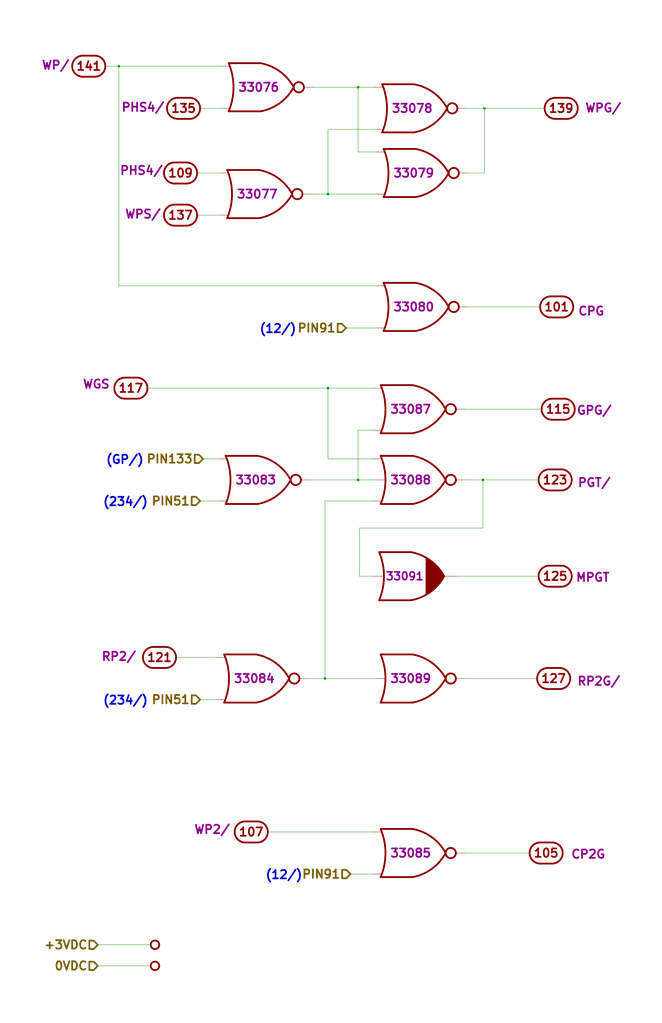
<source format=kicad_sch>
(kicad_sch (version 20211123) (generator eeschema)
  (paper "B" portrait)
  (title_block (title "BLOCK I LOGIC FLOW C, MODULE A17, DRAWING 1006543") (date "2018-11-23") (rev "Draft") (comment 1 "Modules A17"))
  (junction (at 50.165 27.94))
  (junction (at 137.16 286.385))
  (junction (at 151.13 36.83))
  (junction (at 138.43 81.915))
  (junction (at 138.43 163.83))
  (junction (at 203.835 202.565))
  (junction (at 151.13 202.565))
  (junction (at 204.47 45.72))
  (wire (pts (xy 50.165 27.94) (xy 44.45 27.94)))
  (wire (pts (xy 157.48 211.455) (xy 137.16 211.455)))
  (wire (pts (xy 196.215 286.385) (xy 226.695 286.385)))
  (wire (pts (xy 63.5 407.67) (xy 41.275 407.67)))
  (wire (pts (xy 158.115 202.565) (xy 151.13 202.565)))
  (wire (pts (xy 91.44 277.495) (xy 74.295 277.495)))
  (wire (pts (xy 146.05 138.43) (xy 158.75 138.43)))
  (wire (pts (xy 228.6 172.72) (xy 196.215 172.72)))
  (wire (pts (xy 92.075 193.675) (xy 85.725 193.675)))
  (wire (pts (xy 151.13 181.61) (xy 151.13 202.565)))
  (wire (pts (xy 157.48 193.675) (xy 138.43 193.675)))
  (wire (pts (xy 151.765 243.205) (xy 151.765 222.885)))
  (wire (pts (xy 151.13 202.565) (xy 130.81 202.565)))
  (wire (pts (xy 193.04 243.205) (xy 227.33 243.205)))
  (wire (pts (xy 151.765 222.885) (xy 203.835 222.885)))
  (wire (pts (xy 92.71 73.025) (xy 83.185 73.025)))
  (wire (pts (xy 138.43 81.915) (xy 158.75 81.915)))
  (wire (pts (xy 197.485 129.54) (xy 227.965 129.54)))
  (wire (pts (xy 157.48 351.155) (xy 113.03 351.155)))
  (wire (pts (xy 137.16 286.385) (xy 158.115 286.385)))
  (wire (pts (xy 203.835 222.885) (xy 203.835 202.565)))
  (wire (pts (xy 158.115 36.83) (xy 151.13 36.83)))
  (wire (pts (xy 196.85 45.72) (xy 204.47 45.72)))
  (wire (pts (xy 84.455 211.455) (xy 92.075 211.455)))
  (wire (pts (xy 151.13 64.135) (xy 151.13 36.83)))
  (wire (pts (xy 203.835 202.565) (xy 227.33 202.565)))
  (wire (pts (xy 196.215 202.565) (xy 203.835 202.565)))
  (wire (pts (xy 138.43 163.83) (xy 157.48 163.83)))
  (wire (pts (xy 138.43 54.61) (xy 138.43 81.915)))
  (wire (pts (xy 50.165 120.65) (xy 158.75 120.65)))
  (wire (pts (xy 196.215 360.045) (xy 223.52 360.045)))
  (wire (pts (xy 158.115 54.61) (xy 138.43 54.61)))
  (wire (pts (xy 93.345 27.94) (xy 50.165 27.94)))
  (wire (pts (xy 157.48 181.61) (xy 151.13 181.61)))
  (wire (pts (xy 157.48 243.205) (xy 151.765 243.205)))
  (wire (pts (xy 138.43 193.675) (xy 138.43 163.83)))
  (wire (pts (xy 151.13 36.83) (xy 132.08 36.83)))
  (wire (pts (xy 138.43 163.83) (xy 62.23 163.83)))
  (wire (pts (xy 204.47 73.025) (xy 204.47 45.72)))
  (wire (pts (xy 131.445 81.915) (xy 138.43 81.915)))
  (wire (pts (xy 93.345 45.72) (xy 84.455 45.72)))
  (wire (pts (xy 50.165 27.94) (xy 50.165 120.65)))
  (wire (pts (xy 137.16 211.455) (xy 137.16 286.385)))
  (wire (pts (xy 92.71 90.805) (xy 83.185 90.805)))
  (wire (pts (xy 41.275 398.78) (xy 63.5 398.78)))
  (wire (pts (xy 147.955 368.935) (xy 157.48 368.935)))
  (wire (pts (xy 91.44 295.275) (xy 84.455 295.275)))
  (wire (pts (xy 204.47 45.72) (xy 229.87 45.72)))
  (wire (pts (xy 130.175 286.385) (xy 137.16 286.385)))
  (wire (pts (xy 158.75 64.135) (xy 151.13 64.135)))
  (wire (pts (xy 197.485 73.025) (xy 204.47 73.025)))
  (text "(234/)" (at 43.18 297.815 0) (effects (font (size 3.556 3.556) (thickness 0.7112) bold) (justify left bottom)))
  (text "(GP/)" (at 44.45 196.215 0) (effects (font (size 3.556 3.556) (thickness 0.7112) bold) (justify left bottom)))
  (text "(12/)" (at 111.76 371.475 0) (effects (font (size 3.556 3.556) (thickness 0.7112) bold) (justify left bottom)))
  (text "(12/)" (at 109.22 140.97 0) (effects (font (size 3.556 3.556) (thickness 0.7112) bold) (justify left bottom)))
  (text "(234/)" (at 43.18 213.995 0) (effects (font (size 3.556 3.556) (thickness 0.7112) bold) (justify left bottom)))
  (hierarchical_label "PIN91" (shape input) (at 147.955 368.935 180) (effects (font (size 3.556 3.556) (thickness 0.7112) bold)))
  (hierarchical_label "PIN51" (shape input) (at 84.455 295.275 180) (effects (font (size 3.556 3.556) (thickness 0.7112) bold)))
  (hierarchical_label "PIN51" (shape input) (at 84.455 211.455 180) (effects (font (size 3.556 3.556) (thickness 0.7112) bold)))
  (hierarchical_label "PIN133" (shape input) (at 85.725 193.675 180) (effects (font (size 3.556 3.556) (thickness 0.7112) bold)))
  (hierarchical_label "0VDC" (shape input) (at 41.275 407.67 180) (effects (font (size 3.556 3.556) (thickness 0.7112) bold)))
  (hierarchical_label "PIN91" (shape input) (at 146.05 138.43 180) (effects (font (size 3.556 3.556) (thickness 0.7112) bold)))
  (hierarchical_label "+3VDC" (shape input) (at 41.275 398.78 180) (effects (font (size 3.556 3.556) (thickness 0.7112) bold)))
  (symbol (lib_id "AGC_DSKY:ConnectorGeneric") (at 235.585 172.72 180) (unit 115)
    (property "Reference" "J1" (effects hide))
    (property "Value" "ConnectorGeneric" (effects hide))
    (property "Caption" "GPG/" (at 250.825 170.815 0) (effects (font (size 3.556 3.556) bold) (justify bottom)))
  )
  (symbol (lib_id "AGC_DSKY:ConnectorGeneric") (at 236.855 45.72 180) (unit 139)
    (property "Reference" "J1" (effects hide))
    (property "Value" "ConnectorGeneric" (effects hide))
    (property "Caption" "WPG/" (at 254.635 43.18 0) (effects (font (size 3.556 3.556) bold) (justify bottom)))
  )
  (symbol (lib_id "AGC_DSKY:ConnectorGeneric") (at 76.2 90.805 0) (unit 137)
    (property "Reference" "J1" (effects hide))
    (property "Value" "ConnectorGeneric" (effects hide))
    (property "Caption" "WPS/" (at 60.325 92.71 0) (effects (font (size 3.556 3.556) bold) (justify bottom)))
  )
  (symbol (lib_id "AGC_DSKY:ConnectorGeneric") (at 77.47 45.72 0) (unit 135)
    (property "Reference" "J1" (effects hide))
    (property "Value" "ConnectorGeneric" (effects hide))
    (property "Caption" "PHS4/" (at 60.325 47.625 0) (effects (font (size 3.556 3.556) bold) (justify bottom)))
  )
  (symbol (lib_id "D3NOR-+3VDC-0VDC-nd1021041:D3NOR-+3VDC-0VDC-nd1021041-1_5-___") (at 173.99 45.72 0) (unit 1)
    (property "Reference" "U410" (effects hide))
    (property "Value" "D3NOR-+3VDC-0VDC-nd1021041-1_5-___" (effects hide))
    (property "Location" "33078" (at 173.99 45.72 0) (effects (font (size 3.556 3.556) bold)))
  )
  (symbol (lib_id "D3NOR-+3VDC-0VDC-nd1021041:D3NOR-+3VDC-0VDC-nd1021041-1_5-___") (at 174.625 73.025 0) (unit 1)
    (property "Reference" "U411" (effects hide))
    (property "Value" "D3NOR-+3VDC-0VDC-nd1021041-1_5-___" (effects hide))
    (property "Location" "33079" (at 174.625 73.025 0) (effects (font (size 3.556 3.556) bold)))
  )
  (symbol (lib_id "D3NOR-+3VDC-0VDC-nd1021041:D3NOR-+3VDC-0VDC-nd1021041-1_5-___") (at 109.22 36.83 0) (unit 1)
    (property "Reference" "U404" (effects hide))
    (property "Value" "D3NOR-+3VDC-0VDC-nd1021041-1_5-___" (effects hide))
    (property "Location" "33076" (at 109.22 36.83 0) (effects (font (size 3.556 3.556) bold)))
  )
  (symbol (lib_id "D3NOR-+3VDC-0VDC-nd1021041:D3NOR-+3VDC-0VDC-nd1021041-1_5-___") (at 108.585 81.915 0) (unit 1)
    (property "Reference" "U403" (effects hide))
    (property "Value" "D3NOR-+3VDC-0VDC-nd1021041-1_5-___" (effects hide))
    (property "Location" "33077" (at 108.585 81.915 0) (effects (font (size 3.556 3.556) bold)))
  )
  (symbol (lib_id "AGC_DSKY:ConnectorGeneric") (at 55.245 163.83 0) (unit 117)
    (property "Reference" "J1" (effects hide))
    (property "Value" "ConnectorGeneric" (effects hide))
    (property "Caption" "WGS" (at 40.64 164.465 0) (effects (font (size 3.556 3.556) bold) (justify bottom)))
  )
  (symbol (lib_id "D3NOR-NC-0VDC-expander-nd1021041:D3NOR-NC-0VDC-expander-nd1021041-_3_-___") (at 172.72 243.205 0) (mirror x) (unit 1)
    (property "Reference" "U405" (effects hide))
    (property "Value" "D3NOR-NC-0VDC-expander-nd1021041-_3_-___" (effects hide))
    (property "Location" "33091" (at 170.815 243.205 0) (effects (font (size 3.302 3.302) bold)))
  )
  (symbol (lib_id "AGC_DSKY:ConnectorGeneric") (at 234.315 202.565 180) (unit 123)
    (property "Reference" "J1" (effects hide))
    (property "Value" "ConnectorGeneric" (effects hide))
    (property "Caption" "PGT/" (at 250.825 201.295 0) (effects (font (size 3.556 3.556) bold) (justify bottom)))
  )
  (symbol (lib_id "AGC_DSKY:ConnectorGeneric") (at 234.95 129.54 180) (unit 101)
    (property "Reference" "J1" (effects hide))
    (property "Value" "ConnectorGeneric" (effects hide))
    (property "Caption" "CPG" (at 249.555 128.905 0) (effects (font (size 3.556 3.556) bold) (justify bottom)))
  )
  (symbol (lib_id "AGC_DSKY:ConnectorGeneric") (at 106.045 351.155 0) (unit 107)
    (property "Reference" "J1" (effects hide))
    (property "Value" "ConnectorGeneric" (effects hide))
    (property "Caption" "WP2/" (at 89.535 352.425 0) (effects (font (size 3.556 3.556) bold) (justify bottom)))
  )
  (symbol (lib_id "AGC_DSKY:ConnectorGeneric") (at 230.505 360.045 180) (unit 105)
    (property "Reference" "J1" (effects hide))
    (property "Value" "ConnectorGeneric" (effects hide))
    (property "Caption" "CP2G" (at 248.285 358.14 0) (effects (font (size 3.556 3.556) bold) (justify bottom)))
  )
  (symbol (lib_id "AGC_DSKY:ConnectorGeneric") (at 67.31 277.495 0) (unit 121)
    (property "Reference" "J1" (effects hide))
    (property "Value" "ConnectorGeneric" (effects hide))
    (property "Caption" "RP2/" (at 50.165 279.4 0) (effects (font (size 3.556 3.556) bold) (justify bottom)))
  )
  (symbol (lib_id "AGC_DSKY:ConnectorGeneric") (at 76.2 73.025 0) (unit 109)
    (property "Reference" "J1" (effects hide))
    (property "Value" "ConnectorGeneric" (effects hide))
    (property "Caption" "PHS4/" (at 59.69 74.295 0) (effects (font (size 3.556 3.556) bold) (justify bottom)))
  )
  (symbol (lib_id "AGC_DSKY:ConnectorGeneric") (at 234.315 243.205 180) (unit 125)
    (property "Reference" "J1" (effects hide))
    (property "Value" "ConnectorGeneric" (effects hide))
    (property "Caption" "MPGT" (at 250.19 241.3 0) (effects (font (size 3.556 3.556) bold) (justify bottom)))
  )
  (symbol (lib_id "AGC_DSKY:ConnectorGeneric") (at 233.68 286.385 180) (unit 127)
    (property "Reference" "J1" (effects hide))
    (property "Value" "ConnectorGeneric" (effects hide))
    (property "Caption" "RP2G/" (at 252.73 285.115 0) (effects (font (size 3.556 3.556) bold) (justify bottom)))
  )
  (symbol (lib_id "AGC_DSKY:ConnectorGeneric") (at 37.465 27.94 0) (unit 141)
    (property "Reference" "J1" (effects hide))
    (property "Value" "ConnectorGeneric" (effects hide))
    (property "Caption" "WP/" (at 23.495 29.845 0) (effects (font (size 3.556 3.556) bold) (justify bottom)))
  )
  (symbol (lib_id "D3NOR-+3VDC-0VDC-nd1021041:D3NOR-+3VDC-0VDC-nd1021041-1_5-___") (at 173.355 360.045 0) (unit 1)
    (property "Reference" "U409" (effects hide))
    (property "Value" "D3NOR-+3VDC-0VDC-nd1021041-1_5-___" (effects hide))
    (property "Location" "33085" (at 173.355 360.045 0) (effects (font (size 3.556 3.556) bold)))
  )
  (symbol (lib_id "D3NOR-+3VDC-0VDC-nd1021041:D3NOR-+3VDC-0VDC-nd1021041-1_5-___") (at 107.315 286.385 0) (unit 1)
    (property "Reference" "U401" (effects hide))
    (property "Value" "D3NOR-+3VDC-0VDC-nd1021041-1_5-___" (effects hide))
    (property "Location" "33084" (at 107.315 286.385 0) (effects (font (size 3.556 3.556) bold)))
  )
  (symbol (lib_id "D3NOR-+3VDC-0VDC-nd1021041:D3NOR-+3VDC-0VDC-nd1021041-1_5-___") (at 173.355 172.72 0) (unit 1)
    (property "Reference" "U406" (effects hide))
    (property "Value" "D3NOR-+3VDC-0VDC-nd1021041-1_5-___" (effects hide))
    (property "Location" "33087" (at 173.355 172.72 0) (effects (font (size 3.556 3.556) bold)))
  )
  (symbol (lib_id "D3NOR-+3VDC-0VDC-nd1021041:D3NOR-+3VDC-0VDC-nd1021041-1_5-___") (at 174.625 129.54 0) (unit 1)
    (property "Reference" "U412" (effects hide))
    (property "Value" "D3NOR-+3VDC-0VDC-nd1021041-1_5-___" (effects hide))
    (property "Location" "33080" (at 174.625 129.54 0) (effects (font (size 3.556 3.556) bold)))
  )
  (symbol (lib_id "D3NOR-+3VDC-0VDC-nd1021041:D3NOR-+3VDC-0VDC-nd1021041-1_5-___") (at 107.95 202.565 0) (unit 1)
    (property "Reference" "U402" (effects hide))
    (property "Value" "D3NOR-+3VDC-0VDC-nd1021041-1_5-___" (effects hide))
    (property "Location" "33083" (at 107.95 202.565 0) (effects (font (size 3.556 3.556) bold)))
  )
  (symbol (lib_id "D3NOR-+3VDC-0VDC-nd1021041:D3NOR-+3VDC-0VDC-nd1021041-_3_-___") (at 173.355 286.385 0) (mirror x) (unit 1)
    (property "Reference" "U408" (effects hide))
    (property "Value" "D3NOR-+3VDC-0VDC-nd1021041-_3_-___" (effects hide))
    (property "Location" "33089" (at 173.355 286.385 0) (effects (font (size 3.556 3.556) bold)))
  )
  (symbol (lib_id "D3NOR-+3VDC-0VDC-nd1021041:D3NOR-+3VDC-0VDC-nd1021041-135-___") (at 173.355 202.565 0) (unit 1)
    (property "Reference" "U407" (effects hide))
    (property "Value" "D3NOR-+3VDC-0VDC-nd1021041-135-___" (effects hide))
    (property "Location" "33088" (at 173.355 202.565 0) (effects (font (size 3.556 3.556) bold)))
  )
  (symbol (lib_id "AGC_DSKY:Node2") (at 65.405 398.78 180)
    (property "Reference" "N401" (effects hide))
    (property "Value" "Node2" (effects hide))
    (property "Caption" "+3VDC" (effects hide))
  )
  (symbol (lib_id "AGC_DSKY:Node2") (at 65.405 407.67 180)
    (property "Reference" "N402" (effects hide))
    (property "Value" "Node2" (effects hide))
    (property "Caption" "0VDC" (effects hide))
  )
)
</source>
